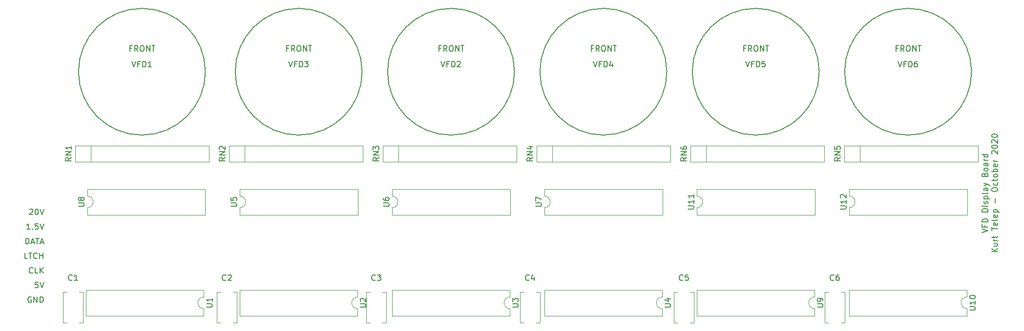
<source format=gbr>
G04 #@! TF.GenerationSoftware,KiCad,Pcbnew,(5.1.5)-3*
G04 #@! TF.CreationDate,2020-10-11T20:41:40-04:00*
G04 #@! TF.ProjectId,VFDDriver,56464444-7269-4766-9572-2e6b69636164,rev?*
G04 #@! TF.SameCoordinates,Original*
G04 #@! TF.FileFunction,Legend,Top*
G04 #@! TF.FilePolarity,Positive*
%FSLAX46Y46*%
G04 Gerber Fmt 4.6, Leading zero omitted, Abs format (unit mm)*
G04 Created by KiCad (PCBNEW (5.1.5)-3) date 2020-10-11 20:41:40*
%MOMM*%
%LPD*%
G04 APERTURE LIST*
%ADD10C,0.150000*%
%ADD11C,0.120000*%
G04 APERTURE END LIST*
D10*
X73501333Y-102370000D02*
X73406095Y-102322380D01*
X73263238Y-102322380D01*
X73120380Y-102370000D01*
X73025142Y-102465238D01*
X72977523Y-102560476D01*
X72929904Y-102750952D01*
X72929904Y-102893809D01*
X72977523Y-103084285D01*
X73025142Y-103179523D01*
X73120380Y-103274761D01*
X73263238Y-103322380D01*
X73358476Y-103322380D01*
X73501333Y-103274761D01*
X73548952Y-103227142D01*
X73548952Y-102893809D01*
X73358476Y-102893809D01*
X73977523Y-103322380D02*
X73977523Y-102322380D01*
X74548952Y-103322380D01*
X74548952Y-102322380D01*
X75025142Y-103322380D02*
X75025142Y-102322380D01*
X75263238Y-102322380D01*
X75406095Y-102370000D01*
X75501333Y-102465238D01*
X75548952Y-102560476D01*
X75596571Y-102750952D01*
X75596571Y-102893809D01*
X75548952Y-103084285D01*
X75501333Y-103179523D01*
X75406095Y-103274761D01*
X75263238Y-103322380D01*
X75025142Y-103322380D01*
X74691809Y-99782380D02*
X74215619Y-99782380D01*
X74168000Y-100258571D01*
X74215619Y-100210952D01*
X74310857Y-100163333D01*
X74548952Y-100163333D01*
X74644190Y-100210952D01*
X74691809Y-100258571D01*
X74739428Y-100353809D01*
X74739428Y-100591904D01*
X74691809Y-100687142D01*
X74644190Y-100734761D01*
X74548952Y-100782380D01*
X74310857Y-100782380D01*
X74215619Y-100734761D01*
X74168000Y-100687142D01*
X75025143Y-99782380D02*
X75358476Y-100782380D01*
X75691809Y-99782380D01*
X73787047Y-98147142D02*
X73739428Y-98194761D01*
X73596571Y-98242380D01*
X73501333Y-98242380D01*
X73358476Y-98194761D01*
X73263238Y-98099523D01*
X73215619Y-98004285D01*
X73168000Y-97813809D01*
X73168000Y-97670952D01*
X73215619Y-97480476D01*
X73263238Y-97385238D01*
X73358476Y-97290000D01*
X73501333Y-97242380D01*
X73596571Y-97242380D01*
X73739428Y-97290000D01*
X73787047Y-97337619D01*
X74691809Y-98242380D02*
X74215619Y-98242380D01*
X74215619Y-97242380D01*
X75025143Y-98242380D02*
X75025143Y-97242380D01*
X75596571Y-98242380D02*
X75168000Y-97670952D01*
X75596571Y-97242380D02*
X75025143Y-97813809D01*
X72882285Y-95702380D02*
X72406095Y-95702380D01*
X72406095Y-94702380D01*
X73072762Y-94702380D02*
X73644190Y-94702380D01*
X73358476Y-95702380D02*
X73358476Y-94702380D01*
X74548952Y-95607142D02*
X74501333Y-95654761D01*
X74358476Y-95702380D01*
X74263238Y-95702380D01*
X74120381Y-95654761D01*
X74025143Y-95559523D01*
X73977524Y-95464285D01*
X73929904Y-95273809D01*
X73929904Y-95130952D01*
X73977524Y-94940476D01*
X74025143Y-94845238D01*
X74120381Y-94750000D01*
X74263238Y-94702380D01*
X74358476Y-94702380D01*
X74501333Y-94750000D01*
X74548952Y-94797619D01*
X74977524Y-95702380D02*
X74977524Y-94702380D01*
X74977524Y-95178571D02*
X75548952Y-95178571D01*
X75548952Y-95702380D02*
X75548952Y-94702380D01*
X72548953Y-93162380D02*
X72548953Y-92162380D01*
X72787048Y-92162380D01*
X72929905Y-92210000D01*
X73025143Y-92305238D01*
X73072762Y-92400476D01*
X73120381Y-92590952D01*
X73120381Y-92733809D01*
X73072762Y-92924285D01*
X73025143Y-93019523D01*
X72929905Y-93114761D01*
X72787048Y-93162380D01*
X72548953Y-93162380D01*
X73501333Y-92876666D02*
X73977524Y-92876666D01*
X73406095Y-93162380D02*
X73739429Y-92162380D01*
X74072762Y-93162380D01*
X74263238Y-92162380D02*
X74834667Y-92162380D01*
X74548953Y-93162380D02*
X74548953Y-92162380D01*
X75120381Y-92876666D02*
X75596572Y-92876666D01*
X75025143Y-93162380D02*
X75358476Y-92162380D01*
X75691810Y-93162380D01*
X73310857Y-90622380D02*
X72739428Y-90622380D01*
X73025142Y-90622380D02*
X73025142Y-89622380D01*
X72929904Y-89765238D01*
X72834666Y-89860476D01*
X72739428Y-89908095D01*
X73739428Y-90527142D02*
X73787047Y-90574761D01*
X73739428Y-90622380D01*
X73691809Y-90574761D01*
X73739428Y-90527142D01*
X73739428Y-90622380D01*
X74691809Y-89622380D02*
X74215619Y-89622380D01*
X74168000Y-90098571D01*
X74215619Y-90050952D01*
X74310857Y-90003333D01*
X74548952Y-90003333D01*
X74644190Y-90050952D01*
X74691809Y-90098571D01*
X74739428Y-90193809D01*
X74739428Y-90431904D01*
X74691809Y-90527142D01*
X74644190Y-90574761D01*
X74548952Y-90622380D01*
X74310857Y-90622380D01*
X74215619Y-90574761D01*
X74168000Y-90527142D01*
X75025142Y-89622380D02*
X75358476Y-90622380D01*
X75691809Y-89622380D01*
X73215618Y-87177619D02*
X73263237Y-87130000D01*
X73358475Y-87082380D01*
X73596571Y-87082380D01*
X73691809Y-87130000D01*
X73739428Y-87177619D01*
X73787047Y-87272857D01*
X73787047Y-87368095D01*
X73739428Y-87510952D01*
X73167999Y-88082380D01*
X73787047Y-88082380D01*
X74406095Y-87082380D02*
X74501333Y-87082380D01*
X74596571Y-87130000D01*
X74644190Y-87177619D01*
X74691809Y-87272857D01*
X74739428Y-87463333D01*
X74739428Y-87701428D01*
X74691809Y-87891904D01*
X74644190Y-87987142D01*
X74596571Y-88034761D01*
X74501333Y-88082380D01*
X74406095Y-88082380D01*
X74310856Y-88034761D01*
X74263237Y-87987142D01*
X74215618Y-87891904D01*
X74167999Y-87701428D01*
X74167999Y-87463333D01*
X74215618Y-87272857D01*
X74263237Y-87177619D01*
X74310856Y-87130000D01*
X74406095Y-87082380D01*
X75025142Y-87082380D02*
X75358475Y-88082380D01*
X75691809Y-87082380D01*
X238403380Y-91208952D02*
X239403380Y-90875619D01*
X238403380Y-90542285D01*
X238879571Y-89875619D02*
X238879571Y-90208952D01*
X239403380Y-90208952D02*
X238403380Y-90208952D01*
X238403380Y-89732761D01*
X239403380Y-89351809D02*
X238403380Y-89351809D01*
X238403380Y-89113714D01*
X238451000Y-88970857D01*
X238546238Y-88875619D01*
X238641476Y-88828000D01*
X238831952Y-88780380D01*
X238974809Y-88780380D01*
X239165285Y-88828000D01*
X239260523Y-88875619D01*
X239355761Y-88970857D01*
X239403380Y-89113714D01*
X239403380Y-89351809D01*
X239403380Y-87589904D02*
X238403380Y-87589904D01*
X238403380Y-87351809D01*
X238451000Y-87208952D01*
X238546238Y-87113714D01*
X238641476Y-87066095D01*
X238831952Y-87018476D01*
X238974809Y-87018476D01*
X239165285Y-87066095D01*
X239260523Y-87113714D01*
X239355761Y-87208952D01*
X239403380Y-87351809D01*
X239403380Y-87589904D01*
X239403380Y-86589904D02*
X238736714Y-86589904D01*
X238403380Y-86589904D02*
X238451000Y-86637523D01*
X238498619Y-86589904D01*
X238451000Y-86542285D01*
X238403380Y-86589904D01*
X238498619Y-86589904D01*
X239355761Y-86161333D02*
X239403380Y-86066095D01*
X239403380Y-85875619D01*
X239355761Y-85780380D01*
X239260523Y-85732761D01*
X239212904Y-85732761D01*
X239117666Y-85780380D01*
X239070047Y-85875619D01*
X239070047Y-86018476D01*
X239022428Y-86113714D01*
X238927190Y-86161333D01*
X238879571Y-86161333D01*
X238784333Y-86113714D01*
X238736714Y-86018476D01*
X238736714Y-85875619D01*
X238784333Y-85780380D01*
X238736714Y-85304190D02*
X239736714Y-85304190D01*
X238784333Y-85304190D02*
X238736714Y-85208952D01*
X238736714Y-85018476D01*
X238784333Y-84923238D01*
X238831952Y-84875619D01*
X238927190Y-84828000D01*
X239212904Y-84828000D01*
X239308142Y-84875619D01*
X239355761Y-84923238D01*
X239403380Y-85018476D01*
X239403380Y-85208952D01*
X239355761Y-85304190D01*
X239403380Y-84256571D02*
X239355761Y-84351809D01*
X239260523Y-84399428D01*
X238403380Y-84399428D01*
X239403380Y-83447047D02*
X238879571Y-83447047D01*
X238784333Y-83494666D01*
X238736714Y-83589904D01*
X238736714Y-83780380D01*
X238784333Y-83875619D01*
X239355761Y-83447047D02*
X239403380Y-83542285D01*
X239403380Y-83780380D01*
X239355761Y-83875619D01*
X239260523Y-83923238D01*
X239165285Y-83923238D01*
X239070047Y-83875619D01*
X239022428Y-83780380D01*
X239022428Y-83542285D01*
X238974809Y-83447047D01*
X238736714Y-83066095D02*
X239403380Y-82828000D01*
X238736714Y-82589904D02*
X239403380Y-82828000D01*
X239641476Y-82923238D01*
X239689095Y-82970857D01*
X239736714Y-83066095D01*
X238879571Y-81113714D02*
X238927190Y-80970857D01*
X238974809Y-80923238D01*
X239070047Y-80875619D01*
X239212904Y-80875619D01*
X239308142Y-80923238D01*
X239355761Y-80970857D01*
X239403380Y-81066095D01*
X239403380Y-81447047D01*
X238403380Y-81447047D01*
X238403380Y-81113714D01*
X238451000Y-81018476D01*
X238498619Y-80970857D01*
X238593857Y-80923238D01*
X238689095Y-80923238D01*
X238784333Y-80970857D01*
X238831952Y-81018476D01*
X238879571Y-81113714D01*
X238879571Y-81447047D01*
X239403380Y-80304190D02*
X239355761Y-80399428D01*
X239308142Y-80447047D01*
X239212904Y-80494666D01*
X238927190Y-80494666D01*
X238831952Y-80447047D01*
X238784333Y-80399428D01*
X238736714Y-80304190D01*
X238736714Y-80161333D01*
X238784333Y-80066095D01*
X238831952Y-80018476D01*
X238927190Y-79970857D01*
X239212904Y-79970857D01*
X239308142Y-80018476D01*
X239355761Y-80066095D01*
X239403380Y-80161333D01*
X239403380Y-80304190D01*
X239403380Y-79113714D02*
X238879571Y-79113714D01*
X238784333Y-79161333D01*
X238736714Y-79256571D01*
X238736714Y-79447047D01*
X238784333Y-79542285D01*
X239355761Y-79113714D02*
X239403380Y-79208952D01*
X239403380Y-79447047D01*
X239355761Y-79542285D01*
X239260523Y-79589904D01*
X239165285Y-79589904D01*
X239070047Y-79542285D01*
X239022428Y-79447047D01*
X239022428Y-79208952D01*
X238974809Y-79113714D01*
X239403380Y-78637523D02*
X238736714Y-78637523D01*
X238927190Y-78637523D02*
X238831952Y-78589904D01*
X238784333Y-78542285D01*
X238736714Y-78447047D01*
X238736714Y-78351809D01*
X239403380Y-77589904D02*
X238403380Y-77589904D01*
X239355761Y-77589904D02*
X239403380Y-77685142D01*
X239403380Y-77875619D01*
X239355761Y-77970857D01*
X239308142Y-78018476D01*
X239212904Y-78066095D01*
X238927190Y-78066095D01*
X238831952Y-78018476D01*
X238784333Y-77970857D01*
X238736714Y-77875619D01*
X238736714Y-77685142D01*
X238784333Y-77589904D01*
X241053380Y-94518476D02*
X240053380Y-94518476D01*
X241053380Y-93947047D02*
X240481952Y-94375619D01*
X240053380Y-93947047D02*
X240624809Y-94518476D01*
X240386714Y-93089904D02*
X241053380Y-93089904D01*
X240386714Y-93518476D02*
X240910523Y-93518476D01*
X241005761Y-93470857D01*
X241053380Y-93375619D01*
X241053380Y-93232761D01*
X241005761Y-93137523D01*
X240958142Y-93089904D01*
X241053380Y-92613714D02*
X240386714Y-92613714D01*
X240577190Y-92613714D02*
X240481952Y-92566095D01*
X240434333Y-92518476D01*
X240386714Y-92423238D01*
X240386714Y-92328000D01*
X240386714Y-92137523D02*
X240386714Y-91756571D01*
X240053380Y-91994666D02*
X240910523Y-91994666D01*
X241005761Y-91947047D01*
X241053380Y-91851809D01*
X241053380Y-91756571D01*
X240053380Y-90804190D02*
X240053380Y-90232761D01*
X241053380Y-90518476D02*
X240053380Y-90518476D01*
X241005761Y-89518476D02*
X241053380Y-89613714D01*
X241053380Y-89804190D01*
X241005761Y-89899428D01*
X240910523Y-89947047D01*
X240529571Y-89947047D01*
X240434333Y-89899428D01*
X240386714Y-89804190D01*
X240386714Y-89613714D01*
X240434333Y-89518476D01*
X240529571Y-89470857D01*
X240624809Y-89470857D01*
X240720047Y-89947047D01*
X241053380Y-88899428D02*
X241005761Y-88994666D01*
X240910523Y-89042285D01*
X240053380Y-89042285D01*
X241005761Y-88137523D02*
X241053380Y-88232761D01*
X241053380Y-88423238D01*
X241005761Y-88518476D01*
X240910523Y-88566095D01*
X240529571Y-88566095D01*
X240434333Y-88518476D01*
X240386714Y-88423238D01*
X240386714Y-88232761D01*
X240434333Y-88137523D01*
X240529571Y-88089904D01*
X240624809Y-88089904D01*
X240720047Y-88566095D01*
X240386714Y-87661333D02*
X241386714Y-87661333D01*
X240434333Y-87661333D02*
X240386714Y-87566095D01*
X240386714Y-87375619D01*
X240434333Y-87280380D01*
X240481952Y-87232761D01*
X240577190Y-87185142D01*
X240862904Y-87185142D01*
X240958142Y-87232761D01*
X241005761Y-87280380D01*
X241053380Y-87375619D01*
X241053380Y-87566095D01*
X241005761Y-87661333D01*
X240672428Y-85994666D02*
X240672428Y-85232761D01*
X240053380Y-83804190D02*
X240053380Y-83613714D01*
X240101000Y-83518476D01*
X240196238Y-83423238D01*
X240386714Y-83375619D01*
X240720047Y-83375619D01*
X240910523Y-83423238D01*
X241005761Y-83518476D01*
X241053380Y-83613714D01*
X241053380Y-83804190D01*
X241005761Y-83899428D01*
X240910523Y-83994666D01*
X240720047Y-84042285D01*
X240386714Y-84042285D01*
X240196238Y-83994666D01*
X240101000Y-83899428D01*
X240053380Y-83804190D01*
X241005761Y-82518476D02*
X241053380Y-82613714D01*
X241053380Y-82804190D01*
X241005761Y-82899428D01*
X240958142Y-82947047D01*
X240862904Y-82994666D01*
X240577190Y-82994666D01*
X240481952Y-82947047D01*
X240434333Y-82899428D01*
X240386714Y-82804190D01*
X240386714Y-82613714D01*
X240434333Y-82518476D01*
X240386714Y-82232761D02*
X240386714Y-81851809D01*
X240053380Y-82089904D02*
X240910523Y-82089904D01*
X241005761Y-82042285D01*
X241053380Y-81947047D01*
X241053380Y-81851809D01*
X241053380Y-81375619D02*
X241005761Y-81470857D01*
X240958142Y-81518476D01*
X240862904Y-81566095D01*
X240577190Y-81566095D01*
X240481952Y-81518476D01*
X240434333Y-81470857D01*
X240386714Y-81375619D01*
X240386714Y-81232761D01*
X240434333Y-81137523D01*
X240481952Y-81089904D01*
X240577190Y-81042285D01*
X240862904Y-81042285D01*
X240958142Y-81089904D01*
X241005761Y-81137523D01*
X241053380Y-81232761D01*
X241053380Y-81375619D01*
X241053380Y-80613714D02*
X240053380Y-80613714D01*
X240434333Y-80613714D02*
X240386714Y-80518476D01*
X240386714Y-80328000D01*
X240434333Y-80232761D01*
X240481952Y-80185142D01*
X240577190Y-80137523D01*
X240862904Y-80137523D01*
X240958142Y-80185142D01*
X241005761Y-80232761D01*
X241053380Y-80328000D01*
X241053380Y-80518476D01*
X241005761Y-80613714D01*
X241005761Y-79328000D02*
X241053380Y-79423238D01*
X241053380Y-79613714D01*
X241005761Y-79708952D01*
X240910523Y-79756571D01*
X240529571Y-79756571D01*
X240434333Y-79708952D01*
X240386714Y-79613714D01*
X240386714Y-79423238D01*
X240434333Y-79328000D01*
X240529571Y-79280380D01*
X240624809Y-79280380D01*
X240720047Y-79756571D01*
X241053380Y-78851809D02*
X240386714Y-78851809D01*
X240577190Y-78851809D02*
X240481952Y-78804190D01*
X240434333Y-78756571D01*
X240386714Y-78661333D01*
X240386714Y-78566095D01*
X240148619Y-77518476D02*
X240101000Y-77470857D01*
X240053380Y-77375619D01*
X240053380Y-77137523D01*
X240101000Y-77042285D01*
X240148619Y-76994666D01*
X240243857Y-76947047D01*
X240339095Y-76947047D01*
X240481952Y-76994666D01*
X241053380Y-77566095D01*
X241053380Y-76947047D01*
X240053380Y-76328000D02*
X240053380Y-76232761D01*
X240101000Y-76137523D01*
X240148619Y-76089904D01*
X240243857Y-76042285D01*
X240434333Y-75994666D01*
X240672428Y-75994666D01*
X240862904Y-76042285D01*
X240958142Y-76089904D01*
X241005761Y-76137523D01*
X241053380Y-76232761D01*
X241053380Y-76328000D01*
X241005761Y-76423238D01*
X240958142Y-76470857D01*
X240862904Y-76518476D01*
X240672428Y-76566095D01*
X240434333Y-76566095D01*
X240243857Y-76518476D01*
X240148619Y-76470857D01*
X240101000Y-76423238D01*
X240053380Y-76328000D01*
X240148619Y-75613714D02*
X240101000Y-75566095D01*
X240053380Y-75470857D01*
X240053380Y-75232761D01*
X240101000Y-75137523D01*
X240148619Y-75089904D01*
X240243857Y-75042285D01*
X240339095Y-75042285D01*
X240481952Y-75089904D01*
X241053380Y-75661333D01*
X241053380Y-75042285D01*
X240053380Y-74423238D02*
X240053380Y-74328000D01*
X240101000Y-74232761D01*
X240148619Y-74185142D01*
X240243857Y-74137523D01*
X240434333Y-74089904D01*
X240672428Y-74089904D01*
X240862904Y-74137523D01*
X240958142Y-74185142D01*
X241005761Y-74232761D01*
X241053380Y-74328000D01*
X241053380Y-74423238D01*
X241005761Y-74518476D01*
X240958142Y-74566095D01*
X240862904Y-74613714D01*
X240672428Y-74661333D01*
X240434333Y-74661333D01*
X240243857Y-74613714D01*
X240148619Y-74566095D01*
X240101000Y-74518476D01*
X240053380Y-74423238D01*
D11*
X211131000Y-106850000D02*
X211131000Y-101510000D01*
X214573000Y-106850000D02*
X214573000Y-101510000D01*
X211131000Y-106850000D02*
X211797000Y-106850000D01*
X213907000Y-106850000D02*
X214573000Y-106850000D01*
X211131000Y-101510000D02*
X211797000Y-101510000D01*
X213907000Y-101510000D02*
X214573000Y-101510000D01*
X184969000Y-106850000D02*
X184969000Y-101510000D01*
X188411000Y-106850000D02*
X188411000Y-101510000D01*
X184969000Y-106850000D02*
X185635000Y-106850000D01*
X187745000Y-106850000D02*
X188411000Y-106850000D01*
X184969000Y-101510000D02*
X185635000Y-101510000D01*
X187745000Y-101510000D02*
X188411000Y-101510000D01*
X158299000Y-106850000D02*
X158299000Y-101510000D01*
X161741000Y-106850000D02*
X161741000Y-101510000D01*
X158299000Y-106850000D02*
X158965000Y-106850000D01*
X161075000Y-106850000D02*
X161741000Y-106850000D01*
X158299000Y-101510000D02*
X158965000Y-101510000D01*
X161075000Y-101510000D02*
X161741000Y-101510000D01*
X131629000Y-106850000D02*
X131629000Y-101510000D01*
X135071000Y-106850000D02*
X135071000Y-101510000D01*
X131629000Y-106850000D02*
X132295000Y-106850000D01*
X134405000Y-106850000D02*
X135071000Y-106850000D01*
X131629000Y-101510000D02*
X132295000Y-101510000D01*
X134405000Y-101510000D02*
X135071000Y-101510000D01*
X105721000Y-106850000D02*
X105721000Y-101510000D01*
X109163000Y-106850000D02*
X109163000Y-101510000D01*
X105721000Y-106850000D02*
X106387000Y-106850000D01*
X108497000Y-106850000D02*
X109163000Y-106850000D01*
X105721000Y-101510000D02*
X106387000Y-101510000D01*
X108497000Y-101510000D02*
X109163000Y-101510000D01*
X79051000Y-106850000D02*
X79051000Y-101510000D01*
X82493000Y-106850000D02*
X82493000Y-101510000D01*
X79051000Y-106850000D02*
X79717000Y-106850000D01*
X81827000Y-106850000D02*
X82493000Y-106850000D01*
X79051000Y-101510000D02*
X79717000Y-101510000D01*
X81827000Y-101510000D02*
X82493000Y-101510000D01*
X187790000Y-76070000D02*
X187790000Y-78870000D01*
X187790000Y-78870000D02*
X210990000Y-78870000D01*
X210990000Y-78870000D02*
X210990000Y-76070000D01*
X210990000Y-76070000D02*
X187790000Y-76070000D01*
X190500000Y-76070000D02*
X190500000Y-78870000D01*
D10*
X157304000Y-63246000D02*
G75*
G03X157304000Y-63246000I-11000000J0D01*
G01*
D11*
X188931000Y-83602000D02*
X188931000Y-84852000D01*
X209371000Y-83602000D02*
X188931000Y-83602000D01*
X209371000Y-88102000D02*
X209371000Y-83602000D01*
X188931000Y-88102000D02*
X209371000Y-88102000D01*
X188931000Y-86852000D02*
X188931000Y-88102000D01*
X188931000Y-84852000D02*
G75*
G02X188931000Y-86852000I0J-1000000D01*
G01*
D10*
X183720000Y-63246000D02*
G75*
G03X183720000Y-63246000I-11000000J0D01*
G01*
D11*
X109683000Y-86852000D02*
X109683000Y-88102000D01*
X109683000Y-88102000D02*
X130123000Y-88102000D01*
X130123000Y-88102000D02*
X130123000Y-83602000D01*
X130123000Y-83602000D02*
X109683000Y-83602000D01*
X109683000Y-83602000D02*
X109683000Y-84852000D01*
X109683000Y-84852000D02*
G75*
G02X109683000Y-86852000I0J-1000000D01*
G01*
D10*
X130888000Y-63246000D02*
G75*
G03X130888000Y-63246000I-11000000J0D01*
G01*
X103710000Y-63246000D02*
G75*
G03X103710000Y-63246000I-11000000J0D01*
G01*
D11*
X103438000Y-102378000D02*
X103438000Y-101128000D01*
X103438000Y-101128000D02*
X82998000Y-101128000D01*
X82998000Y-101128000D02*
X82998000Y-105628000D01*
X82998000Y-105628000D02*
X103438000Y-105628000D01*
X103438000Y-105628000D02*
X103438000Y-104378000D01*
X103438000Y-104378000D02*
G75*
G02X103438000Y-102378000I0J1000000D01*
G01*
X156509000Y-102378000D02*
X156509000Y-101128000D01*
X156509000Y-101128000D02*
X136069000Y-101128000D01*
X136069000Y-101128000D02*
X136069000Y-105628000D01*
X136069000Y-105628000D02*
X156509000Y-105628000D01*
X156509000Y-105628000D02*
X156509000Y-104378000D01*
X156509000Y-104378000D02*
G75*
G02X156509000Y-102378000I0J1000000D01*
G01*
X235757000Y-105628000D02*
X235757000Y-104378000D01*
X215317000Y-105628000D02*
X235757000Y-105628000D01*
X215317000Y-101128000D02*
X215317000Y-105628000D01*
X235757000Y-101128000D02*
X215317000Y-101128000D01*
X235757000Y-102378000D02*
X235757000Y-101128000D01*
X235757000Y-104378000D02*
G75*
G02X235757000Y-102378000I0J1000000D01*
G01*
X83252000Y-83602000D02*
X83252000Y-84852000D01*
X103692000Y-83602000D02*
X83252000Y-83602000D01*
X103692000Y-88102000D02*
X103692000Y-83602000D01*
X83252000Y-88102000D02*
X103692000Y-88102000D01*
X83252000Y-86852000D02*
X83252000Y-88102000D01*
X83252000Y-84852000D02*
G75*
G02X83252000Y-86852000I0J-1000000D01*
G01*
X182925000Y-105628000D02*
X182925000Y-104378000D01*
X162485000Y-105628000D02*
X182925000Y-105628000D01*
X162485000Y-101128000D02*
X162485000Y-105628000D01*
X182925000Y-101128000D02*
X162485000Y-101128000D01*
X182925000Y-102378000D02*
X182925000Y-101128000D01*
X182925000Y-104378000D02*
G75*
G02X182925000Y-102378000I0J1000000D01*
G01*
X130093000Y-105628000D02*
X130093000Y-104378000D01*
X109653000Y-105628000D02*
X130093000Y-105628000D01*
X109653000Y-101128000D02*
X109653000Y-105628000D01*
X130093000Y-101128000D02*
X109653000Y-101128000D01*
X130093000Y-102378000D02*
X130093000Y-101128000D01*
X130093000Y-104378000D02*
G75*
G02X130093000Y-102378000I0J1000000D01*
G01*
D10*
X236552000Y-63246000D02*
G75*
G03X236552000Y-63246000I-11000000J0D01*
G01*
X210136000Y-63246000D02*
G75*
G03X210136000Y-63246000I-11000000J0D01*
G01*
D11*
X136099000Y-83602000D02*
X136099000Y-84852000D01*
X156539000Y-83602000D02*
X136099000Y-83602000D01*
X156539000Y-88102000D02*
X156539000Y-83602000D01*
X136099000Y-88102000D02*
X156539000Y-88102000D01*
X136099000Y-86852000D02*
X136099000Y-88102000D01*
X136099000Y-84852000D02*
G75*
G02X136099000Y-86852000I0J-1000000D01*
G01*
X162515000Y-86852000D02*
X162515000Y-88102000D01*
X162515000Y-88102000D02*
X182955000Y-88102000D01*
X182955000Y-88102000D02*
X182955000Y-83602000D01*
X182955000Y-83602000D02*
X162515000Y-83602000D01*
X162515000Y-83602000D02*
X162515000Y-84852000D01*
X162515000Y-84852000D02*
G75*
G02X162515000Y-86852000I0J-1000000D01*
G01*
X209341000Y-102378000D02*
X209341000Y-101128000D01*
X209341000Y-101128000D02*
X188901000Y-101128000D01*
X188901000Y-101128000D02*
X188901000Y-105628000D01*
X188901000Y-105628000D02*
X209341000Y-105628000D01*
X209341000Y-105628000D02*
X209341000Y-104378000D01*
X209341000Y-104378000D02*
G75*
G02X209341000Y-102378000I0J1000000D01*
G01*
X215347000Y-86852000D02*
X215347000Y-88102000D01*
X215347000Y-88102000D02*
X235787000Y-88102000D01*
X235787000Y-88102000D02*
X235787000Y-83602000D01*
X235787000Y-83602000D02*
X215347000Y-83602000D01*
X215347000Y-83602000D02*
X215347000Y-84852000D01*
X215347000Y-84852000D02*
G75*
G02X215347000Y-86852000I0J-1000000D01*
G01*
X81110000Y-76070000D02*
X81110000Y-78870000D01*
X81110000Y-78870000D02*
X104310000Y-78870000D01*
X104310000Y-78870000D02*
X104310000Y-76070000D01*
X104310000Y-76070000D02*
X81110000Y-76070000D01*
X83820000Y-76070000D02*
X83820000Y-78870000D01*
X110490000Y-76070000D02*
X110490000Y-78870000D01*
X130980000Y-76070000D02*
X107780000Y-76070000D01*
X130980000Y-78870000D02*
X130980000Y-76070000D01*
X107780000Y-78870000D02*
X130980000Y-78870000D01*
X107780000Y-76070000D02*
X107780000Y-78870000D01*
X134450000Y-76070000D02*
X134450000Y-78870000D01*
X134450000Y-78870000D02*
X157650000Y-78870000D01*
X157650000Y-78870000D02*
X157650000Y-76070000D01*
X157650000Y-76070000D02*
X134450000Y-76070000D01*
X137160000Y-76070000D02*
X137160000Y-78870000D01*
X163830000Y-76070000D02*
X163830000Y-78870000D01*
X184320000Y-76070000D02*
X161120000Y-76070000D01*
X184320000Y-78870000D02*
X184320000Y-76070000D01*
X161120000Y-78870000D02*
X184320000Y-78870000D01*
X161120000Y-76070000D02*
X161120000Y-78870000D01*
X217170000Y-76070000D02*
X217170000Y-78870000D01*
X237660000Y-76070000D02*
X214460000Y-76070000D01*
X237660000Y-78870000D02*
X237660000Y-76070000D01*
X214460000Y-78870000D02*
X237660000Y-78870000D01*
X214460000Y-76070000D02*
X214460000Y-78870000D01*
D10*
X212685333Y-99417142D02*
X212637714Y-99464761D01*
X212494857Y-99512380D01*
X212399619Y-99512380D01*
X212256761Y-99464761D01*
X212161523Y-99369523D01*
X212113904Y-99274285D01*
X212066285Y-99083809D01*
X212066285Y-98940952D01*
X212113904Y-98750476D01*
X212161523Y-98655238D01*
X212256761Y-98560000D01*
X212399619Y-98512380D01*
X212494857Y-98512380D01*
X212637714Y-98560000D01*
X212685333Y-98607619D01*
X213542476Y-98512380D02*
X213352000Y-98512380D01*
X213256761Y-98560000D01*
X213209142Y-98607619D01*
X213113904Y-98750476D01*
X213066285Y-98940952D01*
X213066285Y-99321904D01*
X213113904Y-99417142D01*
X213161523Y-99464761D01*
X213256761Y-99512380D01*
X213447238Y-99512380D01*
X213542476Y-99464761D01*
X213590095Y-99417142D01*
X213637714Y-99321904D01*
X213637714Y-99083809D01*
X213590095Y-98988571D01*
X213542476Y-98940952D01*
X213447238Y-98893333D01*
X213256761Y-98893333D01*
X213161523Y-98940952D01*
X213113904Y-98988571D01*
X213066285Y-99083809D01*
X186523333Y-99417142D02*
X186475714Y-99464761D01*
X186332857Y-99512380D01*
X186237619Y-99512380D01*
X186094761Y-99464761D01*
X185999523Y-99369523D01*
X185951904Y-99274285D01*
X185904285Y-99083809D01*
X185904285Y-98940952D01*
X185951904Y-98750476D01*
X185999523Y-98655238D01*
X186094761Y-98560000D01*
X186237619Y-98512380D01*
X186332857Y-98512380D01*
X186475714Y-98560000D01*
X186523333Y-98607619D01*
X187428095Y-98512380D02*
X186951904Y-98512380D01*
X186904285Y-98988571D01*
X186951904Y-98940952D01*
X187047142Y-98893333D01*
X187285238Y-98893333D01*
X187380476Y-98940952D01*
X187428095Y-98988571D01*
X187475714Y-99083809D01*
X187475714Y-99321904D01*
X187428095Y-99417142D01*
X187380476Y-99464761D01*
X187285238Y-99512380D01*
X187047142Y-99512380D01*
X186951904Y-99464761D01*
X186904285Y-99417142D01*
X159853333Y-99417142D02*
X159805714Y-99464761D01*
X159662857Y-99512380D01*
X159567619Y-99512380D01*
X159424761Y-99464761D01*
X159329523Y-99369523D01*
X159281904Y-99274285D01*
X159234285Y-99083809D01*
X159234285Y-98940952D01*
X159281904Y-98750476D01*
X159329523Y-98655238D01*
X159424761Y-98560000D01*
X159567619Y-98512380D01*
X159662857Y-98512380D01*
X159805714Y-98560000D01*
X159853333Y-98607619D01*
X160710476Y-98845714D02*
X160710476Y-99512380D01*
X160472380Y-98464761D02*
X160234285Y-99179047D01*
X160853333Y-99179047D01*
X133183333Y-99417142D02*
X133135714Y-99464761D01*
X132992857Y-99512380D01*
X132897619Y-99512380D01*
X132754761Y-99464761D01*
X132659523Y-99369523D01*
X132611904Y-99274285D01*
X132564285Y-99083809D01*
X132564285Y-98940952D01*
X132611904Y-98750476D01*
X132659523Y-98655238D01*
X132754761Y-98560000D01*
X132897619Y-98512380D01*
X132992857Y-98512380D01*
X133135714Y-98560000D01*
X133183333Y-98607619D01*
X133516666Y-98512380D02*
X134135714Y-98512380D01*
X133802380Y-98893333D01*
X133945238Y-98893333D01*
X134040476Y-98940952D01*
X134088095Y-98988571D01*
X134135714Y-99083809D01*
X134135714Y-99321904D01*
X134088095Y-99417142D01*
X134040476Y-99464761D01*
X133945238Y-99512380D01*
X133659523Y-99512380D01*
X133564285Y-99464761D01*
X133516666Y-99417142D01*
X107275333Y-99417142D02*
X107227714Y-99464761D01*
X107084857Y-99512380D01*
X106989619Y-99512380D01*
X106846761Y-99464761D01*
X106751523Y-99369523D01*
X106703904Y-99274285D01*
X106656285Y-99083809D01*
X106656285Y-98940952D01*
X106703904Y-98750476D01*
X106751523Y-98655238D01*
X106846761Y-98560000D01*
X106989619Y-98512380D01*
X107084857Y-98512380D01*
X107227714Y-98560000D01*
X107275333Y-98607619D01*
X107656285Y-98607619D02*
X107703904Y-98560000D01*
X107799142Y-98512380D01*
X108037238Y-98512380D01*
X108132476Y-98560000D01*
X108180095Y-98607619D01*
X108227714Y-98702857D01*
X108227714Y-98798095D01*
X108180095Y-98940952D01*
X107608666Y-99512380D01*
X108227714Y-99512380D01*
X80605333Y-99417142D02*
X80557714Y-99464761D01*
X80414857Y-99512380D01*
X80319619Y-99512380D01*
X80176761Y-99464761D01*
X80081523Y-99369523D01*
X80033904Y-99274285D01*
X79986285Y-99083809D01*
X79986285Y-98940952D01*
X80033904Y-98750476D01*
X80081523Y-98655238D01*
X80176761Y-98560000D01*
X80319619Y-98512380D01*
X80414857Y-98512380D01*
X80557714Y-98560000D01*
X80605333Y-98607619D01*
X81557714Y-99512380D02*
X80986285Y-99512380D01*
X81272000Y-99512380D02*
X81272000Y-98512380D01*
X81176761Y-98655238D01*
X81081523Y-98750476D01*
X80986285Y-98798095D01*
X187142380Y-78160476D02*
X186666190Y-78493809D01*
X187142380Y-78731904D02*
X186142380Y-78731904D01*
X186142380Y-78350952D01*
X186190000Y-78255714D01*
X186237619Y-78208095D01*
X186332857Y-78160476D01*
X186475714Y-78160476D01*
X186570952Y-78208095D01*
X186618571Y-78255714D01*
X186666190Y-78350952D01*
X186666190Y-78731904D01*
X187142380Y-77731904D02*
X186142380Y-77731904D01*
X187142380Y-77160476D01*
X186142380Y-77160476D01*
X186142380Y-76255714D02*
X186142380Y-76446190D01*
X186190000Y-76541428D01*
X186237619Y-76589047D01*
X186380476Y-76684285D01*
X186570952Y-76731904D01*
X186951904Y-76731904D01*
X187047142Y-76684285D01*
X187094761Y-76636666D01*
X187142380Y-76541428D01*
X187142380Y-76350952D01*
X187094761Y-76255714D01*
X187047142Y-76208095D01*
X186951904Y-76160476D01*
X186713809Y-76160476D01*
X186618571Y-76208095D01*
X186570952Y-76255714D01*
X186523333Y-76350952D01*
X186523333Y-76541428D01*
X186570952Y-76636666D01*
X186618571Y-76684285D01*
X186713809Y-76731904D01*
X144565904Y-61428380D02*
X144899238Y-62428380D01*
X145232571Y-61428380D01*
X145899238Y-61904571D02*
X145565904Y-61904571D01*
X145565904Y-62428380D02*
X145565904Y-61428380D01*
X146042095Y-61428380D01*
X146423047Y-62428380D02*
X146423047Y-61428380D01*
X146661142Y-61428380D01*
X146804000Y-61476000D01*
X146899238Y-61571238D01*
X146946857Y-61666476D01*
X146994476Y-61856952D01*
X146994476Y-61999809D01*
X146946857Y-62190285D01*
X146899238Y-62285523D01*
X146804000Y-62380761D01*
X146661142Y-62428380D01*
X146423047Y-62428380D01*
X147375428Y-61523619D02*
X147423047Y-61476000D01*
X147518285Y-61428380D01*
X147756380Y-61428380D01*
X147851619Y-61476000D01*
X147899238Y-61523619D01*
X147946857Y-61618857D01*
X147946857Y-61714095D01*
X147899238Y-61856952D01*
X147327809Y-62428380D01*
X147946857Y-62428380D01*
X144518285Y-59174571D02*
X144184952Y-59174571D01*
X144184952Y-59698380D02*
X144184952Y-58698380D01*
X144661142Y-58698380D01*
X145613523Y-59698380D02*
X145280190Y-59222190D01*
X145042095Y-59698380D02*
X145042095Y-58698380D01*
X145423047Y-58698380D01*
X145518285Y-58746000D01*
X145565904Y-58793619D01*
X145613523Y-58888857D01*
X145613523Y-59031714D01*
X145565904Y-59126952D01*
X145518285Y-59174571D01*
X145423047Y-59222190D01*
X145042095Y-59222190D01*
X146232571Y-58698380D02*
X146423047Y-58698380D01*
X146518285Y-58746000D01*
X146613523Y-58841238D01*
X146661142Y-59031714D01*
X146661142Y-59365047D01*
X146613523Y-59555523D01*
X146518285Y-59650761D01*
X146423047Y-59698380D01*
X146232571Y-59698380D01*
X146137333Y-59650761D01*
X146042095Y-59555523D01*
X145994476Y-59365047D01*
X145994476Y-59031714D01*
X146042095Y-58841238D01*
X146137333Y-58746000D01*
X146232571Y-58698380D01*
X147089714Y-59698380D02*
X147089714Y-58698380D01*
X147661142Y-59698380D01*
X147661142Y-58698380D01*
X147994476Y-58698380D02*
X148565904Y-58698380D01*
X148280190Y-59698380D02*
X148280190Y-58698380D01*
X187383380Y-87090095D02*
X188192904Y-87090095D01*
X188288142Y-87042476D01*
X188335761Y-86994857D01*
X188383380Y-86899619D01*
X188383380Y-86709142D01*
X188335761Y-86613904D01*
X188288142Y-86566285D01*
X188192904Y-86518666D01*
X187383380Y-86518666D01*
X188383380Y-85518666D02*
X188383380Y-86090095D01*
X188383380Y-85804380D02*
X187383380Y-85804380D01*
X187526238Y-85899619D01*
X187621476Y-85994857D01*
X187669095Y-86090095D01*
X188383380Y-84566285D02*
X188383380Y-85137714D01*
X188383380Y-84852000D02*
X187383380Y-84852000D01*
X187526238Y-84947238D01*
X187621476Y-85042476D01*
X187669095Y-85137714D01*
X170981904Y-61428380D02*
X171315238Y-62428380D01*
X171648571Y-61428380D01*
X172315238Y-61904571D02*
X171981904Y-61904571D01*
X171981904Y-62428380D02*
X171981904Y-61428380D01*
X172458095Y-61428380D01*
X172839047Y-62428380D02*
X172839047Y-61428380D01*
X173077142Y-61428380D01*
X173220000Y-61476000D01*
X173315238Y-61571238D01*
X173362857Y-61666476D01*
X173410476Y-61856952D01*
X173410476Y-61999809D01*
X173362857Y-62190285D01*
X173315238Y-62285523D01*
X173220000Y-62380761D01*
X173077142Y-62428380D01*
X172839047Y-62428380D01*
X174267619Y-61761714D02*
X174267619Y-62428380D01*
X174029523Y-61380761D02*
X173791428Y-62095047D01*
X174410476Y-62095047D01*
X170934285Y-59174571D02*
X170600952Y-59174571D01*
X170600952Y-59698380D02*
X170600952Y-58698380D01*
X171077142Y-58698380D01*
X172029523Y-59698380D02*
X171696190Y-59222190D01*
X171458095Y-59698380D02*
X171458095Y-58698380D01*
X171839047Y-58698380D01*
X171934285Y-58746000D01*
X171981904Y-58793619D01*
X172029523Y-58888857D01*
X172029523Y-59031714D01*
X171981904Y-59126952D01*
X171934285Y-59174571D01*
X171839047Y-59222190D01*
X171458095Y-59222190D01*
X172648571Y-58698380D02*
X172839047Y-58698380D01*
X172934285Y-58746000D01*
X173029523Y-58841238D01*
X173077142Y-59031714D01*
X173077142Y-59365047D01*
X173029523Y-59555523D01*
X172934285Y-59650761D01*
X172839047Y-59698380D01*
X172648571Y-59698380D01*
X172553333Y-59650761D01*
X172458095Y-59555523D01*
X172410476Y-59365047D01*
X172410476Y-59031714D01*
X172458095Y-58841238D01*
X172553333Y-58746000D01*
X172648571Y-58698380D01*
X173505714Y-59698380D02*
X173505714Y-58698380D01*
X174077142Y-59698380D01*
X174077142Y-58698380D01*
X174410476Y-58698380D02*
X174981904Y-58698380D01*
X174696190Y-59698380D02*
X174696190Y-58698380D01*
X108135380Y-86613904D02*
X108944904Y-86613904D01*
X109040142Y-86566285D01*
X109087761Y-86518666D01*
X109135380Y-86423428D01*
X109135380Y-86232952D01*
X109087761Y-86137714D01*
X109040142Y-86090095D01*
X108944904Y-86042476D01*
X108135380Y-86042476D01*
X108135380Y-85090095D02*
X108135380Y-85566285D01*
X108611571Y-85613904D01*
X108563952Y-85566285D01*
X108516333Y-85471047D01*
X108516333Y-85232952D01*
X108563952Y-85137714D01*
X108611571Y-85090095D01*
X108706809Y-85042476D01*
X108944904Y-85042476D01*
X109040142Y-85090095D01*
X109087761Y-85137714D01*
X109135380Y-85232952D01*
X109135380Y-85471047D01*
X109087761Y-85566285D01*
X109040142Y-85613904D01*
X118149904Y-61428380D02*
X118483238Y-62428380D01*
X118816571Y-61428380D01*
X119483238Y-61904571D02*
X119149904Y-61904571D01*
X119149904Y-62428380D02*
X119149904Y-61428380D01*
X119626095Y-61428380D01*
X120007047Y-62428380D02*
X120007047Y-61428380D01*
X120245142Y-61428380D01*
X120388000Y-61476000D01*
X120483238Y-61571238D01*
X120530857Y-61666476D01*
X120578476Y-61856952D01*
X120578476Y-61999809D01*
X120530857Y-62190285D01*
X120483238Y-62285523D01*
X120388000Y-62380761D01*
X120245142Y-62428380D01*
X120007047Y-62428380D01*
X120911809Y-61428380D02*
X121530857Y-61428380D01*
X121197523Y-61809333D01*
X121340380Y-61809333D01*
X121435619Y-61856952D01*
X121483238Y-61904571D01*
X121530857Y-61999809D01*
X121530857Y-62237904D01*
X121483238Y-62333142D01*
X121435619Y-62380761D01*
X121340380Y-62428380D01*
X121054666Y-62428380D01*
X120959428Y-62380761D01*
X120911809Y-62333142D01*
X118102285Y-59174571D02*
X117768952Y-59174571D01*
X117768952Y-59698380D02*
X117768952Y-58698380D01*
X118245142Y-58698380D01*
X119197523Y-59698380D02*
X118864190Y-59222190D01*
X118626095Y-59698380D02*
X118626095Y-58698380D01*
X119007047Y-58698380D01*
X119102285Y-58746000D01*
X119149904Y-58793619D01*
X119197523Y-58888857D01*
X119197523Y-59031714D01*
X119149904Y-59126952D01*
X119102285Y-59174571D01*
X119007047Y-59222190D01*
X118626095Y-59222190D01*
X119816571Y-58698380D02*
X120007047Y-58698380D01*
X120102285Y-58746000D01*
X120197523Y-58841238D01*
X120245142Y-59031714D01*
X120245142Y-59365047D01*
X120197523Y-59555523D01*
X120102285Y-59650761D01*
X120007047Y-59698380D01*
X119816571Y-59698380D01*
X119721333Y-59650761D01*
X119626095Y-59555523D01*
X119578476Y-59365047D01*
X119578476Y-59031714D01*
X119626095Y-58841238D01*
X119721333Y-58746000D01*
X119816571Y-58698380D01*
X120673714Y-59698380D02*
X120673714Y-58698380D01*
X121245142Y-59698380D01*
X121245142Y-58698380D01*
X121578476Y-58698380D02*
X122149904Y-58698380D01*
X121864190Y-59698380D02*
X121864190Y-58698380D01*
X90971904Y-61428380D02*
X91305238Y-62428380D01*
X91638571Y-61428380D01*
X92305238Y-61904571D02*
X91971904Y-61904571D01*
X91971904Y-62428380D02*
X91971904Y-61428380D01*
X92448095Y-61428380D01*
X92829047Y-62428380D02*
X92829047Y-61428380D01*
X93067142Y-61428380D01*
X93210000Y-61476000D01*
X93305238Y-61571238D01*
X93352857Y-61666476D01*
X93400476Y-61856952D01*
X93400476Y-61999809D01*
X93352857Y-62190285D01*
X93305238Y-62285523D01*
X93210000Y-62380761D01*
X93067142Y-62428380D01*
X92829047Y-62428380D01*
X94352857Y-62428380D02*
X93781428Y-62428380D01*
X94067142Y-62428380D02*
X94067142Y-61428380D01*
X93971904Y-61571238D01*
X93876666Y-61666476D01*
X93781428Y-61714095D01*
X90924285Y-59174571D02*
X90590952Y-59174571D01*
X90590952Y-59698380D02*
X90590952Y-58698380D01*
X91067142Y-58698380D01*
X92019523Y-59698380D02*
X91686190Y-59222190D01*
X91448095Y-59698380D02*
X91448095Y-58698380D01*
X91829047Y-58698380D01*
X91924285Y-58746000D01*
X91971904Y-58793619D01*
X92019523Y-58888857D01*
X92019523Y-59031714D01*
X91971904Y-59126952D01*
X91924285Y-59174571D01*
X91829047Y-59222190D01*
X91448095Y-59222190D01*
X92638571Y-58698380D02*
X92829047Y-58698380D01*
X92924285Y-58746000D01*
X93019523Y-58841238D01*
X93067142Y-59031714D01*
X93067142Y-59365047D01*
X93019523Y-59555523D01*
X92924285Y-59650761D01*
X92829047Y-59698380D01*
X92638571Y-59698380D01*
X92543333Y-59650761D01*
X92448095Y-59555523D01*
X92400476Y-59365047D01*
X92400476Y-59031714D01*
X92448095Y-58841238D01*
X92543333Y-58746000D01*
X92638571Y-58698380D01*
X93495714Y-59698380D02*
X93495714Y-58698380D01*
X94067142Y-59698380D01*
X94067142Y-58698380D01*
X94400476Y-58698380D02*
X94971904Y-58698380D01*
X94686190Y-59698380D02*
X94686190Y-58698380D01*
X103890380Y-104139904D02*
X104699904Y-104139904D01*
X104795142Y-104092285D01*
X104842761Y-104044666D01*
X104890380Y-103949428D01*
X104890380Y-103758952D01*
X104842761Y-103663714D01*
X104795142Y-103616095D01*
X104699904Y-103568476D01*
X103890380Y-103568476D01*
X104890380Y-102568476D02*
X104890380Y-103139904D01*
X104890380Y-102854190D02*
X103890380Y-102854190D01*
X104033238Y-102949428D01*
X104128476Y-103044666D01*
X104176095Y-103139904D01*
X156961380Y-104139904D02*
X157770904Y-104139904D01*
X157866142Y-104092285D01*
X157913761Y-104044666D01*
X157961380Y-103949428D01*
X157961380Y-103758952D01*
X157913761Y-103663714D01*
X157866142Y-103616095D01*
X157770904Y-103568476D01*
X156961380Y-103568476D01*
X156961380Y-103187523D02*
X156961380Y-102568476D01*
X157342333Y-102901809D01*
X157342333Y-102758952D01*
X157389952Y-102663714D01*
X157437571Y-102616095D01*
X157532809Y-102568476D01*
X157770904Y-102568476D01*
X157866142Y-102616095D01*
X157913761Y-102663714D01*
X157961380Y-102758952D01*
X157961380Y-103044666D01*
X157913761Y-103139904D01*
X157866142Y-103187523D01*
X236209380Y-104616095D02*
X237018904Y-104616095D01*
X237114142Y-104568476D01*
X237161761Y-104520857D01*
X237209380Y-104425619D01*
X237209380Y-104235142D01*
X237161761Y-104139904D01*
X237114142Y-104092285D01*
X237018904Y-104044666D01*
X236209380Y-104044666D01*
X237209380Y-103044666D02*
X237209380Y-103616095D01*
X237209380Y-103330380D02*
X236209380Y-103330380D01*
X236352238Y-103425619D01*
X236447476Y-103520857D01*
X236495095Y-103616095D01*
X236209380Y-102425619D02*
X236209380Y-102330380D01*
X236257000Y-102235142D01*
X236304619Y-102187523D01*
X236399857Y-102139904D01*
X236590333Y-102092285D01*
X236828428Y-102092285D01*
X237018904Y-102139904D01*
X237114142Y-102187523D01*
X237161761Y-102235142D01*
X237209380Y-102330380D01*
X237209380Y-102425619D01*
X237161761Y-102520857D01*
X237114142Y-102568476D01*
X237018904Y-102616095D01*
X236828428Y-102663714D01*
X236590333Y-102663714D01*
X236399857Y-102616095D01*
X236304619Y-102568476D01*
X236257000Y-102520857D01*
X236209380Y-102425619D01*
X81704380Y-86613904D02*
X82513904Y-86613904D01*
X82609142Y-86566285D01*
X82656761Y-86518666D01*
X82704380Y-86423428D01*
X82704380Y-86232952D01*
X82656761Y-86137714D01*
X82609142Y-86090095D01*
X82513904Y-86042476D01*
X81704380Y-86042476D01*
X82132952Y-85423428D02*
X82085333Y-85518666D01*
X82037714Y-85566285D01*
X81942476Y-85613904D01*
X81894857Y-85613904D01*
X81799619Y-85566285D01*
X81752000Y-85518666D01*
X81704380Y-85423428D01*
X81704380Y-85232952D01*
X81752000Y-85137714D01*
X81799619Y-85090095D01*
X81894857Y-85042476D01*
X81942476Y-85042476D01*
X82037714Y-85090095D01*
X82085333Y-85137714D01*
X82132952Y-85232952D01*
X82132952Y-85423428D01*
X82180571Y-85518666D01*
X82228190Y-85566285D01*
X82323428Y-85613904D01*
X82513904Y-85613904D01*
X82609142Y-85566285D01*
X82656761Y-85518666D01*
X82704380Y-85423428D01*
X82704380Y-85232952D01*
X82656761Y-85137714D01*
X82609142Y-85090095D01*
X82513904Y-85042476D01*
X82323428Y-85042476D01*
X82228190Y-85090095D01*
X82180571Y-85137714D01*
X82132952Y-85232952D01*
X183377380Y-104139904D02*
X184186904Y-104139904D01*
X184282142Y-104092285D01*
X184329761Y-104044666D01*
X184377380Y-103949428D01*
X184377380Y-103758952D01*
X184329761Y-103663714D01*
X184282142Y-103616095D01*
X184186904Y-103568476D01*
X183377380Y-103568476D01*
X183710714Y-102663714D02*
X184377380Y-102663714D01*
X183329761Y-102901809D02*
X184044047Y-103139904D01*
X184044047Y-102520857D01*
X130545380Y-104139904D02*
X131354904Y-104139904D01*
X131450142Y-104092285D01*
X131497761Y-104044666D01*
X131545380Y-103949428D01*
X131545380Y-103758952D01*
X131497761Y-103663714D01*
X131450142Y-103616095D01*
X131354904Y-103568476D01*
X130545380Y-103568476D01*
X130640619Y-103139904D02*
X130593000Y-103092285D01*
X130545380Y-102997047D01*
X130545380Y-102758952D01*
X130593000Y-102663714D01*
X130640619Y-102616095D01*
X130735857Y-102568476D01*
X130831095Y-102568476D01*
X130973952Y-102616095D01*
X131545380Y-103187523D01*
X131545380Y-102568476D01*
X223813904Y-61428380D02*
X224147238Y-62428380D01*
X224480571Y-61428380D01*
X225147238Y-61904571D02*
X224813904Y-61904571D01*
X224813904Y-62428380D02*
X224813904Y-61428380D01*
X225290095Y-61428380D01*
X225671047Y-62428380D02*
X225671047Y-61428380D01*
X225909142Y-61428380D01*
X226052000Y-61476000D01*
X226147238Y-61571238D01*
X226194857Y-61666476D01*
X226242476Y-61856952D01*
X226242476Y-61999809D01*
X226194857Y-62190285D01*
X226147238Y-62285523D01*
X226052000Y-62380761D01*
X225909142Y-62428380D01*
X225671047Y-62428380D01*
X227099619Y-61428380D02*
X226909142Y-61428380D01*
X226813904Y-61476000D01*
X226766285Y-61523619D01*
X226671047Y-61666476D01*
X226623428Y-61856952D01*
X226623428Y-62237904D01*
X226671047Y-62333142D01*
X226718666Y-62380761D01*
X226813904Y-62428380D01*
X227004380Y-62428380D01*
X227099619Y-62380761D01*
X227147238Y-62333142D01*
X227194857Y-62237904D01*
X227194857Y-61999809D01*
X227147238Y-61904571D01*
X227099619Y-61856952D01*
X227004380Y-61809333D01*
X226813904Y-61809333D01*
X226718666Y-61856952D01*
X226671047Y-61904571D01*
X226623428Y-61999809D01*
X223766285Y-59174571D02*
X223432952Y-59174571D01*
X223432952Y-59698380D02*
X223432952Y-58698380D01*
X223909142Y-58698380D01*
X224861523Y-59698380D02*
X224528190Y-59222190D01*
X224290095Y-59698380D02*
X224290095Y-58698380D01*
X224671047Y-58698380D01*
X224766285Y-58746000D01*
X224813904Y-58793619D01*
X224861523Y-58888857D01*
X224861523Y-59031714D01*
X224813904Y-59126952D01*
X224766285Y-59174571D01*
X224671047Y-59222190D01*
X224290095Y-59222190D01*
X225480571Y-58698380D02*
X225671047Y-58698380D01*
X225766285Y-58746000D01*
X225861523Y-58841238D01*
X225909142Y-59031714D01*
X225909142Y-59365047D01*
X225861523Y-59555523D01*
X225766285Y-59650761D01*
X225671047Y-59698380D01*
X225480571Y-59698380D01*
X225385333Y-59650761D01*
X225290095Y-59555523D01*
X225242476Y-59365047D01*
X225242476Y-59031714D01*
X225290095Y-58841238D01*
X225385333Y-58746000D01*
X225480571Y-58698380D01*
X226337714Y-59698380D02*
X226337714Y-58698380D01*
X226909142Y-59698380D01*
X226909142Y-58698380D01*
X227242476Y-58698380D02*
X227813904Y-58698380D01*
X227528190Y-59698380D02*
X227528190Y-58698380D01*
X197397904Y-61428380D02*
X197731238Y-62428380D01*
X198064571Y-61428380D01*
X198731238Y-61904571D02*
X198397904Y-61904571D01*
X198397904Y-62428380D02*
X198397904Y-61428380D01*
X198874095Y-61428380D01*
X199255047Y-62428380D02*
X199255047Y-61428380D01*
X199493142Y-61428380D01*
X199636000Y-61476000D01*
X199731238Y-61571238D01*
X199778857Y-61666476D01*
X199826476Y-61856952D01*
X199826476Y-61999809D01*
X199778857Y-62190285D01*
X199731238Y-62285523D01*
X199636000Y-62380761D01*
X199493142Y-62428380D01*
X199255047Y-62428380D01*
X200731238Y-61428380D02*
X200255047Y-61428380D01*
X200207428Y-61904571D01*
X200255047Y-61856952D01*
X200350285Y-61809333D01*
X200588380Y-61809333D01*
X200683619Y-61856952D01*
X200731238Y-61904571D01*
X200778857Y-61999809D01*
X200778857Y-62237904D01*
X200731238Y-62333142D01*
X200683619Y-62380761D01*
X200588380Y-62428380D01*
X200350285Y-62428380D01*
X200255047Y-62380761D01*
X200207428Y-62333142D01*
X197350285Y-59174571D02*
X197016952Y-59174571D01*
X197016952Y-59698380D02*
X197016952Y-58698380D01*
X197493142Y-58698380D01*
X198445523Y-59698380D02*
X198112190Y-59222190D01*
X197874095Y-59698380D02*
X197874095Y-58698380D01*
X198255047Y-58698380D01*
X198350285Y-58746000D01*
X198397904Y-58793619D01*
X198445523Y-58888857D01*
X198445523Y-59031714D01*
X198397904Y-59126952D01*
X198350285Y-59174571D01*
X198255047Y-59222190D01*
X197874095Y-59222190D01*
X199064571Y-58698380D02*
X199255047Y-58698380D01*
X199350285Y-58746000D01*
X199445523Y-58841238D01*
X199493142Y-59031714D01*
X199493142Y-59365047D01*
X199445523Y-59555523D01*
X199350285Y-59650761D01*
X199255047Y-59698380D01*
X199064571Y-59698380D01*
X198969333Y-59650761D01*
X198874095Y-59555523D01*
X198826476Y-59365047D01*
X198826476Y-59031714D01*
X198874095Y-58841238D01*
X198969333Y-58746000D01*
X199064571Y-58698380D01*
X199921714Y-59698380D02*
X199921714Y-58698380D01*
X200493142Y-59698380D01*
X200493142Y-58698380D01*
X200826476Y-58698380D02*
X201397904Y-58698380D01*
X201112190Y-59698380D02*
X201112190Y-58698380D01*
X134551380Y-86613904D02*
X135360904Y-86613904D01*
X135456142Y-86566285D01*
X135503761Y-86518666D01*
X135551380Y-86423428D01*
X135551380Y-86232952D01*
X135503761Y-86137714D01*
X135456142Y-86090095D01*
X135360904Y-86042476D01*
X134551380Y-86042476D01*
X134551380Y-85137714D02*
X134551380Y-85328190D01*
X134599000Y-85423428D01*
X134646619Y-85471047D01*
X134789476Y-85566285D01*
X134979952Y-85613904D01*
X135360904Y-85613904D01*
X135456142Y-85566285D01*
X135503761Y-85518666D01*
X135551380Y-85423428D01*
X135551380Y-85232952D01*
X135503761Y-85137714D01*
X135456142Y-85090095D01*
X135360904Y-85042476D01*
X135122809Y-85042476D01*
X135027571Y-85090095D01*
X134979952Y-85137714D01*
X134932333Y-85232952D01*
X134932333Y-85423428D01*
X134979952Y-85518666D01*
X135027571Y-85566285D01*
X135122809Y-85613904D01*
X160967380Y-86613904D02*
X161776904Y-86613904D01*
X161872142Y-86566285D01*
X161919761Y-86518666D01*
X161967380Y-86423428D01*
X161967380Y-86232952D01*
X161919761Y-86137714D01*
X161872142Y-86090095D01*
X161776904Y-86042476D01*
X160967380Y-86042476D01*
X160967380Y-85661523D02*
X160967380Y-84994857D01*
X161967380Y-85423428D01*
X209793380Y-104139904D02*
X210602904Y-104139904D01*
X210698142Y-104092285D01*
X210745761Y-104044666D01*
X210793380Y-103949428D01*
X210793380Y-103758952D01*
X210745761Y-103663714D01*
X210698142Y-103616095D01*
X210602904Y-103568476D01*
X209793380Y-103568476D01*
X210793380Y-103044666D02*
X210793380Y-102854190D01*
X210745761Y-102758952D01*
X210698142Y-102711333D01*
X210555285Y-102616095D01*
X210364809Y-102568476D01*
X209983857Y-102568476D01*
X209888619Y-102616095D01*
X209841000Y-102663714D01*
X209793380Y-102758952D01*
X209793380Y-102949428D01*
X209841000Y-103044666D01*
X209888619Y-103092285D01*
X209983857Y-103139904D01*
X210221952Y-103139904D01*
X210317190Y-103092285D01*
X210364809Y-103044666D01*
X210412428Y-102949428D01*
X210412428Y-102758952D01*
X210364809Y-102663714D01*
X210317190Y-102616095D01*
X210221952Y-102568476D01*
X213799380Y-87090095D02*
X214608904Y-87090095D01*
X214704142Y-87042476D01*
X214751761Y-86994857D01*
X214799380Y-86899619D01*
X214799380Y-86709142D01*
X214751761Y-86613904D01*
X214704142Y-86566285D01*
X214608904Y-86518666D01*
X213799380Y-86518666D01*
X214799380Y-85518666D02*
X214799380Y-86090095D01*
X214799380Y-85804380D02*
X213799380Y-85804380D01*
X213942238Y-85899619D01*
X214037476Y-85994857D01*
X214085095Y-86090095D01*
X213894619Y-85137714D02*
X213847000Y-85090095D01*
X213799380Y-84994857D01*
X213799380Y-84756761D01*
X213847000Y-84661523D01*
X213894619Y-84613904D01*
X213989857Y-84566285D01*
X214085095Y-84566285D01*
X214227952Y-84613904D01*
X214799380Y-85185333D01*
X214799380Y-84566285D01*
X80462380Y-78160476D02*
X79986190Y-78493809D01*
X80462380Y-78731904D02*
X79462380Y-78731904D01*
X79462380Y-78350952D01*
X79510000Y-78255714D01*
X79557619Y-78208095D01*
X79652857Y-78160476D01*
X79795714Y-78160476D01*
X79890952Y-78208095D01*
X79938571Y-78255714D01*
X79986190Y-78350952D01*
X79986190Y-78731904D01*
X80462380Y-77731904D02*
X79462380Y-77731904D01*
X80462380Y-77160476D01*
X79462380Y-77160476D01*
X80462380Y-76160476D02*
X80462380Y-76731904D01*
X80462380Y-76446190D02*
X79462380Y-76446190D01*
X79605238Y-76541428D01*
X79700476Y-76636666D01*
X79748095Y-76731904D01*
X107132380Y-78160476D02*
X106656190Y-78493809D01*
X107132380Y-78731904D02*
X106132380Y-78731904D01*
X106132380Y-78350952D01*
X106180000Y-78255714D01*
X106227619Y-78208095D01*
X106322857Y-78160476D01*
X106465714Y-78160476D01*
X106560952Y-78208095D01*
X106608571Y-78255714D01*
X106656190Y-78350952D01*
X106656190Y-78731904D01*
X107132380Y-77731904D02*
X106132380Y-77731904D01*
X107132380Y-77160476D01*
X106132380Y-77160476D01*
X106227619Y-76731904D02*
X106180000Y-76684285D01*
X106132380Y-76589047D01*
X106132380Y-76350952D01*
X106180000Y-76255714D01*
X106227619Y-76208095D01*
X106322857Y-76160476D01*
X106418095Y-76160476D01*
X106560952Y-76208095D01*
X107132380Y-76779523D01*
X107132380Y-76160476D01*
X133802380Y-78160476D02*
X133326190Y-78493809D01*
X133802380Y-78731904D02*
X132802380Y-78731904D01*
X132802380Y-78350952D01*
X132850000Y-78255714D01*
X132897619Y-78208095D01*
X132992857Y-78160476D01*
X133135714Y-78160476D01*
X133230952Y-78208095D01*
X133278571Y-78255714D01*
X133326190Y-78350952D01*
X133326190Y-78731904D01*
X133802380Y-77731904D02*
X132802380Y-77731904D01*
X133802380Y-77160476D01*
X132802380Y-77160476D01*
X132802380Y-76779523D02*
X132802380Y-76160476D01*
X133183333Y-76493809D01*
X133183333Y-76350952D01*
X133230952Y-76255714D01*
X133278571Y-76208095D01*
X133373809Y-76160476D01*
X133611904Y-76160476D01*
X133707142Y-76208095D01*
X133754761Y-76255714D01*
X133802380Y-76350952D01*
X133802380Y-76636666D01*
X133754761Y-76731904D01*
X133707142Y-76779523D01*
X160472380Y-78160476D02*
X159996190Y-78493809D01*
X160472380Y-78731904D02*
X159472380Y-78731904D01*
X159472380Y-78350952D01*
X159520000Y-78255714D01*
X159567619Y-78208095D01*
X159662857Y-78160476D01*
X159805714Y-78160476D01*
X159900952Y-78208095D01*
X159948571Y-78255714D01*
X159996190Y-78350952D01*
X159996190Y-78731904D01*
X160472380Y-77731904D02*
X159472380Y-77731904D01*
X160472380Y-77160476D01*
X159472380Y-77160476D01*
X159805714Y-76255714D02*
X160472380Y-76255714D01*
X159424761Y-76493809D02*
X160139047Y-76731904D01*
X160139047Y-76112857D01*
X213812380Y-78160476D02*
X213336190Y-78493809D01*
X213812380Y-78731904D02*
X212812380Y-78731904D01*
X212812380Y-78350952D01*
X212860000Y-78255714D01*
X212907619Y-78208095D01*
X213002857Y-78160476D01*
X213145714Y-78160476D01*
X213240952Y-78208095D01*
X213288571Y-78255714D01*
X213336190Y-78350952D01*
X213336190Y-78731904D01*
X213812380Y-77731904D02*
X212812380Y-77731904D01*
X213812380Y-77160476D01*
X212812380Y-77160476D01*
X212812380Y-76208095D02*
X212812380Y-76684285D01*
X213288571Y-76731904D01*
X213240952Y-76684285D01*
X213193333Y-76589047D01*
X213193333Y-76350952D01*
X213240952Y-76255714D01*
X213288571Y-76208095D01*
X213383809Y-76160476D01*
X213621904Y-76160476D01*
X213717142Y-76208095D01*
X213764761Y-76255714D01*
X213812380Y-76350952D01*
X213812380Y-76589047D01*
X213764761Y-76684285D01*
X213717142Y-76731904D01*
M02*

</source>
